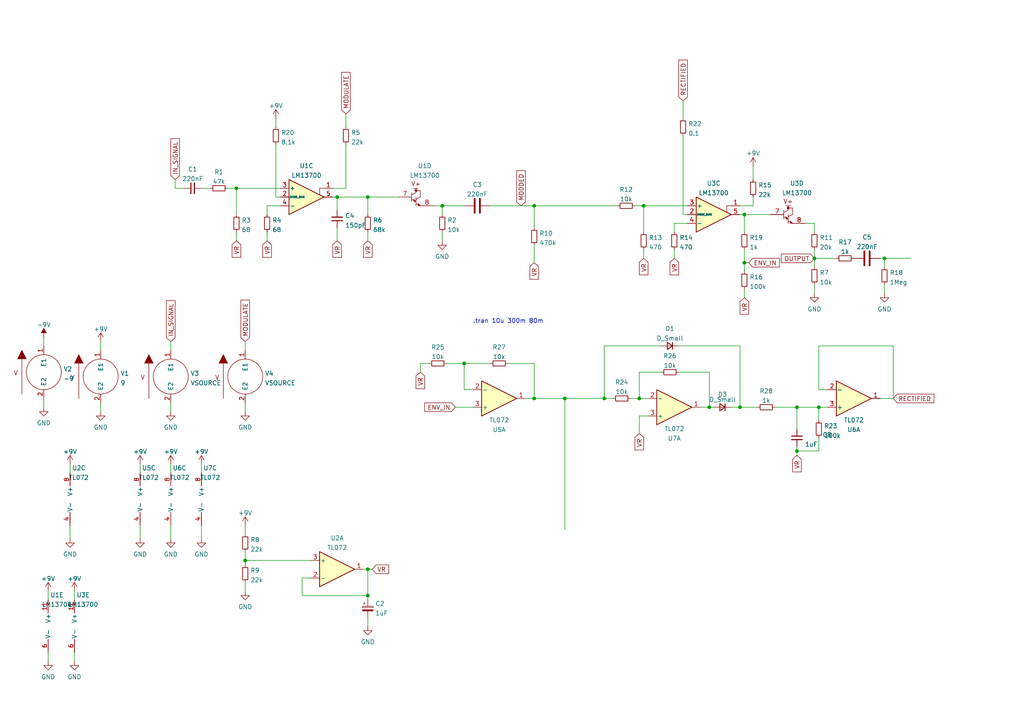
<source format=kicad_sch>
(kicad_sch (version 20211123) (generator eeschema)
  (paper "A4")
  (lib_symbols
    (symbol "Amplifier_Operational:LM13700" (pin_names (offset 0.127))
      (property "Reference" "U" (at 3.81 5.08 0))
      (property "Value" "LM13700" (at 5.08 -5.08 0))
      (symbol "LM13700_1_1"
        (polyline (pts (xy 3.81 -0.635) (xy 3.81 -2.54) (xy 5.08 -2.54)))
        (polyline (pts (xy 5.08 0) (xy -5.08 -5.08) (xy -5.08 5.08) (xy 5.08 0)) (stroke (width 0.254)) (fill (type background)))
        (pin output line (at 7.62 0 180) (length 2.54) (name "~") (number "12"))
        (pin input line (at -7.62 2.54 0) (length 2.54) (name "-") (number "13"))
        (pin input line (at -7.62 -2.54 0) (length 2.54) (name "+") (number "14"))
        (pin input line (at -7.62 0 0) (length 2.54) (name "DIODE_BIAS") (number "15"))
        (pin input line (at 7.62 -2.54 180) (length 2.54) (name "~") (number "16"))
      )
      (symbol "LM13700_2_0"
        (polyline (pts (xy -1.905 2.54) (xy -3.175 2.54)))
      )
      (symbol "LM13700_2_1"
        (circle (center -2.54 1.905) (radius 0.254) (stroke (width 0.254)) (fill (type outline)))
        (polyline (pts (xy -3.81 -0.635) (xy -2.54 -1.27)))
        (polyline (pts (xy -3.81 1.27) (xy -3.81 -1.27)))
        (polyline (pts (xy -2.54 -1.905) (xy -1.27 -2.54)))
        (polyline (pts (xy -2.54 0) (xy -2.54 -2.54)))
        (polyline (pts (xy -3.81 0.635) (xy -2.54 1.27) (xy -2.54 1.905) (xy -2.54 2.54)))
        (polyline (pts (xy -2.54 -1.27) (xy -3.175 -0.635) (xy -3.175 -1.27) (xy -2.54 -1.27)) (fill (type outline)))
        (polyline (pts (xy -2.54 -0.635) (xy -1.27 0) (xy -1.27 1.905) (xy -2.54 1.905)))
        (polyline (pts (xy -1.27 -2.54) (xy -1.905 -1.905) (xy -1.905 -2.54) (xy -1.27 -2.54)) (fill (type outline)))
        (text "V+" (at -2.54 3.81 0) (effects (font (size 1.27 1.27))))
        (pin input line (at -7.62 0 0) (length 3.81) (name "~") (number "10"))
        (pin output line (at 2.54 -2.54 180) (length 3.81) (name "~") (number "9"))
      )
      (symbol "LM13700_3_1"
        (polyline (pts (xy 3.81 -0.635) (xy 3.81 -2.54) (xy 5.08 -2.54)))
        (polyline (pts (xy 5.08 0) (xy -5.08 -5.08) (xy -5.08 5.08) (xy 5.08 0)) (stroke (width 0.254)) (fill (type background)))
        (pin input line (at 7.62 -2.54 180) (length 2.54) (name "~") (number "1"))
        (pin input line (at -7.62 0 0) (length 2.54) (name "DIODE_BIAS") (number "2"))
        (pin input line (at -7.62 -2.54 0) (length 2.54) (name "+") (number "3"))
        (pin input line (at -7.62 2.54 0) (length 2.54) (name "-") (number "4"))
        (pin output line (at 7.62 0 180) (length 2.54) (name "~") (number "5"))
      )
      (symbol "LM13700_4_0"
        (polyline (pts (xy -3.175 2.54) (xy -1.905 2.54)))
        (text "V+" (at -2.54 3.81 0) (effects (font (size 1.27 1.27))))
      )
      (symbol "LM13700_4_1"
        (circle (center -2.54 1.905) (radius 0.254) (stroke (width 0.254)) (fill (type outline)))
        (polyline (pts (xy -3.81 -0.635) (xy -2.54 -1.27)))
        (polyline (pts (xy -3.81 1.27) (xy -3.81 -1.27)))
        (polyline (pts (xy -2.54 -1.905) (xy -1.27 -2.54)))
        (polyline (pts (xy -2.54 0) (xy -2.54 -2.54)))
        (polyline (pts (xy -3.81 0.635) (xy -2.54 1.27) (xy -2.54 2.54)))
        (polyline (pts (xy -2.54 -1.27) (xy -3.175 -0.635) (xy -3.175 -1.27) (xy -2.54 -1.27)) (fill (type outline)))
        (polyline (pts (xy -2.54 -0.635) (xy -1.27 0) (xy -1.27 1.905) (xy -2.54 1.905)))
        (polyline (pts (xy -1.27 -2.54) (xy -1.905 -1.905) (xy -1.905 -2.54) (xy -1.27 -2.54)) (fill (type outline)))
        (pin input line (at -7.62 0 0) (length 3.81) (name "~") (number "7"))
        (pin output line (at 2.54 -2.54 180) (length 3.81) (name "~") (number "8"))
      )
      (symbol "LM13700_5_1"
        (pin power_in line (at -2.54 7.62 270) (length 3.81) (name "V+") (number "11"))
        (pin power_in line (at -2.54 -7.62 90) (length 3.81) (name "V-") (number "6"))
      )
    )
    (symbol "Amplifier_Operational:TL072" (pin_names (offset 0.127))
      (property "Reference" "U" (at 0 5.08 0))
      (property "Value" "TL072" (at 0 -5.08 0))
      (symbol "TL072_1_1"
        (polyline (pts (xy -5.08 5.08) (xy 5.08 0) (xy -5.08 -5.08) (xy -5.08 5.08)) (stroke (width 0.254)) (fill (type background)))
        (pin output line (at 7.62 0 180) (length 2.54) (name "~") (number "1"))
        (pin input line (at -7.62 -2.54 0) (length 2.54) (name "-") (number "2"))
        (pin input line (at -7.62 2.54 0) (length 2.54) (name "+") (number "3"))
      )
      (symbol "TL072_2_1"
        (polyline (pts (xy -5.08 5.08) (xy 5.08 0) (xy -5.08 -5.08) (xy -5.08 5.08)) (stroke (width 0.254)) (fill (type background)))
        (pin input line (at -7.62 2.54 0) (length 2.54) (name "+") (number "5"))
        (pin input line (at -7.62 -2.54 0) (length 2.54) (name "-") (number "6"))
        (pin output line (at 7.62 0 180) (length 2.54) (name "~") (number "7"))
      )
      (symbol "TL072_3_1"
        (pin power_in line (at -2.54 -7.62 90) (length 3.81) (name "V-") (number "4"))
        (pin power_in line (at -2.54 7.62 270) (length 3.81) (name "V+") (number "8"))
      )
    )
    (symbol "Device:C" (pin_numbers hide) (pin_names (offset 0.254))
      (property "Reference" "C" (at 0.635 2.54 0))
      (property "Value" "C" (at 0.635 -2.54 0))
      (symbol "C_0_1"
        (polyline (pts (xy -2.032 -0.762) (xy 2.032 -0.762)) (stroke (width 0.508)))
        (polyline (pts (xy -2.032 0.762) (xy 2.032 0.762)) (stroke (width 0.508)))
      )
      (symbol "C_1_1"
        (pin passive line (at 0 3.81 270) (length 2.794) (name "~") (number "1"))
        (pin passive line (at 0 -3.81 90) (length 2.794) (name "~") (number "2"))
      )
    )
    (symbol "Device:CP_Small" (pin_numbers hide) (pin_names (offset 0.254) hide)
      (property "Reference" "C" (at 0.254 1.778 0))
      (property "Value" "CP_Small" (at 0.254 -2.032 0))
      (symbol "CP_Small_0_1"
        (rectangle (start -1.524 -0.3048) (end 1.524 -0.6858) (fill (type outline)))
        (rectangle (start -1.524 0.6858) (end 1.524 0.3048))
        (polyline (pts (xy -1.27 1.524) (xy -0.762 1.524)))
        (polyline (pts (xy -1.016 1.27) (xy -1.016 1.778)))
      )
      (symbol "CP_Small_1_1"
        (pin passive line (at 0 2.54 270) (length 1.8542) (name "~") (number "1"))
        (pin passive line (at 0 -2.54 90) (length 1.8542) (name "~") (number "2"))
      )
    )
    (symbol "Device:C_Small" (pin_numbers hide) (pin_names (offset 0.254) hide)
      (property "Reference" "C" (at 0.254 1.778 0))
      (property "Value" "C_Small" (at 0.254 -2.032 0))
      (symbol "C_Small_0_1"
        (polyline (pts (xy -1.524 -0.508) (xy 1.524 -0.508)) (stroke (width 0.3302)))
        (polyline (pts (xy -1.524 0.508) (xy 1.524 0.508)) (stroke (width 0.3048)))
      )
      (symbol "C_Small_1_1"
        (pin passive line (at 0 2.54 270) (length 2.032) (name "~") (number "1"))
        (pin passive line (at 0 -2.54 90) (length 2.032) (name "~") (number "2"))
      )
    )
    (symbol "Device:D_Small" (pin_numbers hide) (pin_names (offset 0.254) hide)
      (property "Reference" "D" (at -1.27 2.032 0))
      (property "Value" "D_Small" (at -3.81 -2.032 0))
      (symbol "D_Small_0_1"
        (polyline (pts (xy -0.762 -1.016) (xy -0.762 1.016)) (stroke (width 0.254)))
        (polyline (pts (xy -0.762 0) (xy 0.762 0)))
        (polyline (pts (xy 0.762 -1.016) (xy -0.762 0) (xy 0.762 1.016) (xy 0.762 -1.016)) (stroke (width 0.254)))
      )
      (symbol "D_Small_1_1"
        (pin passive line (at -2.54 0 0) (length 1.778) (name "K") (number "1"))
        (pin passive line (at 2.54 0 180) (length 1.778) (name "A") (number "2"))
      )
    )
    (symbol "Device:R_Small" (pin_numbers hide) (pin_names (offset 0.254) hide)
      (property "Reference" "R" (at 0.762 0.508 0))
      (property "Value" "R_Small" (at 0.762 -1.016 0))
      (symbol "R_Small_0_1"
        (rectangle (start -0.762 1.778) (end 0.762 -1.778) (stroke (width 0.2032)))
      )
      (symbol "R_Small_1_1"
        (pin passive line (at 0 2.54 270) (length 0.762) (name "~") (number "1"))
        (pin passive line (at 0 -2.54 90) (length 0.762) (name "~") (number "2"))
      )
    )
    (symbol "power:+9V" (power) (pin_names (offset 0))
      (property "Value" "+9V" (at 0 3.556 0))
      (symbol "+9V_0_1"
        (polyline (pts (xy -0.762 1.27) (xy 0 2.54)))
        (polyline (pts (xy 0 0) (xy 0 2.54)))
        (polyline (pts (xy 0 2.54) (xy 0.762 1.27)))
      )
      (symbol "+9V_1_1"
        (pin power_in line (at 0 0 90) (length 0) hide (name "+9V") (number "1"))
      )
    )
    (symbol "power:-9V" (power) (pin_names (offset 0))
      (property "Value" "-9V" (at 0 3.81 0))
      (symbol "-9V_0_1"
        (polyline (pts (xy 0 0) (xy 0 2.54)))
        (polyline (pts (xy 0.762 1.27) (xy -0.762 1.27) (xy 0 2.54) (xy 0.762 1.27)) (fill (type outline)))
      )
      (symbol "-9V_1_1"
        (pin power_in line (at 0 0 90) (length 0) hide (name "-9V") (number "1"))
      )
    )
    (symbol "power:GND" (power) (pin_names (offset 0))
      (property "Value" "GND" (at 0 -3.81 0))
      (symbol "GND_0_1"
        (polyline (pts (xy 0 0) (xy 0 -1.27) (xy 1.27 -1.27) (xy 0 -2.54) (xy -1.27 -1.27) (xy 0 -1.27)))
      )
      (symbol "GND_1_1"
        (pin power_in line (at 0 0 270) (length 0) hide (name "GND") (number "1"))
      )
    )
    (symbol "pspice:VSOURCE" (pin_names (offset 1.016))
      (property "Reference" "V" (at -6.35 7.62 0))
      (property "Value" "VSOURCE" (at 0 0 0))
      (symbol "VSOURCE_0_1"
        (polyline (pts (xy -6.35 -6.35) (xy -6.35 3.81)) (fill (type outline)))
        (polyline (pts (xy -7.62 3.81) (xy -6.35 6.35) (xy -5.08 3.81)) (fill (type outline)))
        (circle (center 0 0) (radius 5.08))
        (text "V" (at -8.128 -0.254 0) (effects (font (size 1.27 1.27))))
      )
      (symbol "VSOURCE_1_1"
        (pin input line (at 0 7.62 270) (length 2.54) (name "E1") (number "1"))
        (pin input line (at 0 -7.62 90) (length 2.54) (name "E2") (number "2"))
      )
    )
  )
  (junction (at 106.68 165.1))
  (junction (at 134.62 105.41))
  (junction (at 214.63 118.11))
  (junction (at 154.94 59.69))
  (junction (at 236.22 74.93))
  (junction (at 154.94 115.57))
  (junction (at 231.14 118.11))
  (junction (at 128.27 59.69))
  (junction (at 215.9 62.23))
  (junction (at 163.83 115.57))
  (junction (at 231.14 130.81))
  (junction (at 215.9 76.2))
  (junction (at 71.12 162.56))
  (junction (at 237.49 118.11))
  (junction (at 185.42 115.57))
  (junction (at 106.68 57.15))
  (junction (at 205.74 118.11))
  (junction (at 175.26 115.57))
  (junction (at 256.54 74.93))
  (junction (at 186.69 59.69))
  (junction (at 68.58 54.61))
  (junction (at 106.68 172.72))
  (junction (at 97.79 57.15))
  (wire (pts (xy 49.53 116.84) (xy 49.53 119.38)))
  (wire (pts (xy 71.12 160.02) (xy 71.12 162.56)))
  (wire (pts (xy 237.49 113.03) (xy 240.03 113.03)))
  (wire (pts (xy 259.08 100.33) (xy 259.08 115.57)))
  (wire (pts (xy 50.8 52.07) (xy 50.8 54.61)))
  (wire (pts (xy 214.63 62.23) (xy 215.9 62.23)))
  (wire (pts (xy 100.33 54.61) (xy 96.52 54.61)))
  (wire (pts (xy 134.62 113.03) (xy 137.16 113.03)))
  (wire (pts (xy 218.44 48.26) (xy 218.44 52.07)))
  (wire (pts (xy 20.32 134.62) (xy 20.32 137.16)))
  (wire (pts (xy 49.53 152.4) (xy 49.53 156.21)))
  (wire (pts (xy 77.47 59.69) (xy 77.47 62.23)))
  (wire (pts (xy 163.83 115.57) (xy 175.26 115.57)))
  (wire (pts (xy 106.68 165.1) (xy 107.95 165.1)))
  (wire (pts (xy 154.94 59.69) (xy 179.07 59.69)))
  (wire (pts (xy 142.24 59.69) (xy 154.94 59.69)))
  (wire (pts (xy 58.42 152.4) (xy 58.42 156.21)))
  (wire (pts (xy 215.9 62.23) (xy 223.52 62.23)))
  (wire (pts (xy 215.9 83.82) (xy 215.9 86.36)))
  (wire (pts (xy 237.49 130.81) (xy 231.14 130.81)))
  (wire (pts (xy 90.17 167.64) (xy 87.63 167.64)))
  (wire (pts (xy 71.12 152.4) (xy 71.12 154.94)))
  (wire (pts (xy 68.58 54.61) (xy 68.58 62.23)))
  (wire (pts (xy 185.42 115.57) (xy 187.96 115.57)))
  (wire (pts (xy 106.68 172.72) (xy 106.68 173.99)))
  (wire (pts (xy 80.01 57.15) (xy 81.28 57.15)))
  (wire (pts (xy 132.08 118.11) (xy 137.16 118.11)))
  (wire (pts (xy 106.68 57.15) (xy 115.57 57.15)))
  (wire (pts (xy 66.04 54.61) (xy 68.58 54.61)))
  (wire (pts (xy 40.64 152.4) (xy 40.64 156.21)))
  (wire (pts (xy 152.4 115.57) (xy 154.94 115.57)))
  (wire (pts (xy 129.54 105.41) (xy 134.62 105.41)))
  (wire (pts (xy 58.42 54.61) (xy 60.96 54.61)))
  (wire (pts (xy 187.96 120.65) (xy 185.42 120.65)))
  (wire (pts (xy 100.33 33.02) (xy 100.33 36.83)))
  (wire (pts (xy 154.94 71.12) (xy 154.94 76.2)))
  (wire (pts (xy 40.64 134.62) (xy 40.64 137.16)))
  (wire (pts (xy 175.26 100.33) (xy 175.26 115.57)))
  (wire (pts (xy 97.79 57.15) (xy 106.68 57.15)))
  (wire (pts (xy 186.69 72.39) (xy 186.69 74.93)))
  (wire (pts (xy 81.28 54.61) (xy 68.58 54.61)))
  (wire (pts (xy 20.32 152.4) (xy 20.32 156.21)))
  (wire (pts (xy 128.27 62.23) (xy 128.27 59.69)))
  (wire (pts (xy 236.22 72.39) (xy 236.22 74.93)))
  (wire (pts (xy 49.53 99.06) (xy 49.53 101.6)))
  (wire (pts (xy 106.68 57.15) (xy 106.68 62.23)))
  (wire (pts (xy 175.26 115.57) (xy 177.8 115.57)))
  (wire (pts (xy 185.42 107.95) (xy 185.42 115.57)))
  (wire (pts (xy 49.53 134.62) (xy 49.53 137.16)))
  (wire (pts (xy 106.68 179.07) (xy 106.68 181.61)))
  (wire (pts (xy 185.42 120.65) (xy 185.42 125.73)))
  (wire (pts (xy 231.14 129.54) (xy 231.14 130.81)))
  (wire (pts (xy 256.54 82.55) (xy 256.54 85.09)))
  (wire (pts (xy 196.85 100.33) (xy 214.63 100.33)))
  (wire (pts (xy 198.12 62.23) (xy 199.39 62.23)))
  (wire (pts (xy 195.58 72.39) (xy 195.58 74.93)))
  (wire (pts (xy 233.68 64.77) (xy 236.22 64.77)))
  (wire (pts (xy 198.12 39.37) (xy 198.12 62.23)))
  (wire (pts (xy 81.28 59.69) (xy 77.47 59.69)))
  (wire (pts (xy 29.21 99.06) (xy 29.21 101.6)))
  (wire (pts (xy 236.22 74.93) (xy 242.57 74.93)))
  (wire (pts (xy 236.22 74.93) (xy 236.22 77.47)))
  (wire (pts (xy 106.68 165.1) (xy 105.41 165.1)))
  (wire (pts (xy 256.54 74.93) (xy 256.54 77.47)))
  (wire (pts (xy 106.68 172.72) (xy 106.68 165.1)))
  (wire (pts (xy 71.12 99.06) (xy 71.12 101.6)))
  (wire (pts (xy 71.12 162.56) (xy 71.12 163.83)))
  (wire (pts (xy 182.88 115.57) (xy 185.42 115.57)))
  (wire (pts (xy 231.14 130.81) (xy 231.14 132.08)))
  (wire (pts (xy 237.49 100.33) (xy 259.08 100.33)))
  (wire (pts (xy 154.94 115.57) (xy 163.83 115.57)))
  (wire (pts (xy 124.46 105.41) (xy 121.92 105.41)))
  (wire (pts (xy 215.9 76.2) (xy 215.9 78.74)))
  (wire (pts (xy 215.9 76.2) (xy 217.17 76.2)))
  (wire (pts (xy 218.44 59.69) (xy 214.63 59.69)))
  (wire (pts (xy 224.79 118.11) (xy 231.14 118.11)))
  (wire (pts (xy 128.27 59.69) (xy 125.73 59.69)))
  (wire (pts (xy 259.08 115.57) (xy 255.27 115.57)))
  (wire (pts (xy 128.27 67.31) (xy 128.27 69.85)))
  (wire (pts (xy 203.2 118.11) (xy 205.74 118.11)))
  (wire (pts (xy 237.49 127) (xy 237.49 130.81)))
  (wire (pts (xy 87.63 167.64) (xy 87.63 172.72)))
  (wire (pts (xy 237.49 118.11) (xy 240.03 118.11)))
  (wire (pts (xy 231.14 118.11) (xy 231.14 124.46)))
  (wire (pts (xy 237.49 113.03) (xy 237.49 100.33)))
  (wire (pts (xy 71.12 162.56) (xy 90.17 162.56)))
  (wire (pts (xy 231.14 118.11) (xy 237.49 118.11)))
  (wire (pts (xy 97.79 66.04) (xy 97.79 69.85)))
  (wire (pts (xy 50.8 54.61) (xy 53.34 54.61)))
  (wire (pts (xy 12.7 115.57) (xy 12.7 118.11)))
  (wire (pts (xy 186.69 59.69) (xy 186.69 67.31)))
  (wire (pts (xy 205.74 118.11) (xy 207.01 118.11)))
  (wire (pts (xy 77.47 67.31) (xy 77.47 69.85)))
  (wire (pts (xy 175.26 100.33) (xy 191.77 100.33)))
  (wire (pts (xy 97.79 57.15) (xy 97.79 60.96)))
  (wire (pts (xy 236.22 64.77) (xy 236.22 67.31)))
  (wire (pts (xy 106.68 67.31) (xy 106.68 69.85)))
  (wire (pts (xy 214.63 100.33) (xy 214.63 118.11)))
  (wire (pts (xy 71.12 116.84) (xy 71.12 119.38)))
  (wire (pts (xy 199.39 59.69) (xy 186.69 59.69)))
  (wire (pts (xy 199.39 64.77) (xy 195.58 64.77)))
  (wire (pts (xy 21.59 171.45) (xy 21.59 173.99)))
  (wire (pts (xy 12.7 97.79) (xy 12.7 100.33)))
  (wire (pts (xy 13.97 171.45) (xy 13.97 173.99)))
  (wire (pts (xy 147.32 105.41) (xy 154.94 105.41)))
  (wire (pts (xy 100.33 41.91) (xy 100.33 54.61)))
  (wire (pts (xy 58.42 134.62) (xy 58.42 137.16)))
  (wire (pts (xy 87.63 172.72) (xy 106.68 172.72)))
  (wire (pts (xy 121.92 105.41) (xy 121.92 107.95)))
  (wire (pts (xy 29.21 116.84) (xy 29.21 119.38)))
  (wire (pts (xy 195.58 64.77) (xy 195.58 67.31)))
  (wire (pts (xy 163.83 115.57) (xy 163.83 153.67)))
  (wire (pts (xy 255.27 74.93) (xy 256.54 74.93)))
  (wire (pts (xy 13.97 189.23) (xy 13.97 191.77)))
  (wire (pts (xy 71.12 168.91) (xy 71.12 171.45)))
  (wire (pts (xy 237.49 118.11) (xy 237.49 121.92)))
  (wire (pts (xy 96.52 57.15) (xy 97.79 57.15)))
  (wire (pts (xy 80.01 41.91) (xy 80.01 57.15)))
  (wire (pts (xy 212.09 118.11) (xy 214.63 118.11)))
  (wire (pts (xy 214.63 118.11) (xy 219.71 118.11)))
  (wire (pts (xy 154.94 105.41) (xy 154.94 115.57)))
  (wire (pts (xy 256.54 74.93) (xy 264.16 74.93)))
  (wire (pts (xy 215.9 62.23) (xy 215.9 67.31)))
  (wire (pts (xy 215.9 72.39) (xy 215.9 76.2)))
  (wire (pts (xy 218.44 57.15) (xy 218.44 59.69)))
  (wire (pts (xy 198.12 29.21) (xy 198.12 34.29)))
  (wire (pts (xy 154.94 59.69) (xy 154.94 66.04)))
  (wire (pts (xy 191.77 107.95) (xy 185.42 107.95)))
  (wire (pts (xy 196.85 107.95) (xy 205.74 107.95)))
  (wire (pts (xy 80.01 34.29) (xy 80.01 36.83)))
  (wire (pts (xy 134.62 105.41) (xy 142.24 105.41)))
  (wire (pts (xy 184.15 59.69) (xy 186.69 59.69)))
  (wire (pts (xy 128.27 59.69) (xy 134.62 59.69)))
  (wire (pts (xy 21.59 189.23) (xy 21.59 191.77)))
  (wire (pts (xy 236.22 82.55) (xy 236.22 85.09)))
  (wire (pts (xy 68.58 67.31) (xy 68.58 69.85)))
  (wire (pts (xy 205.74 107.95) (xy 205.74 118.11)))
  (wire (pts (xy 134.62 113.03) (xy 134.62 105.41)))
  (text ".tran 10u 300m 80m" (at 137.16 93.98 0) (effects (font (size 1.27 1.27)) (justify left bottom)))
  (global_label "MODULATE" (shape input) (at 71.12 99.06 90) (property "Intersheet References" "${INTERSHEET_REFS}" (effects hide)))
  (global_label "MODULATE" (shape input) (at 100.33 33.02 90) (property "Intersheet References" "${INTERSHEET_REFS}" (effects hide)))
  (global_label "RECTIFIED" (shape input) (at 259.08 115.57 0) (property "Intersheet References" "${INTERSHEET_REFS}" (effects hide)))
  (global_label "VR" (shape input) (at 77.47 69.85 270) (property "Intersheet References" "${INTERSHEET_REFS}" (effects hide)))
  (global_label "VR" (shape input) (at 106.68 69.85 270) (property "Intersheet References" "${INTERSHEET_REFS}" (effects hide)))
  (global_label "VR" (shape input) (at 154.94 76.2 270) (property "Intersheet References" "${INTERSHEET_REFS}" (effects hide)))
  (global_label "RECTIFIED" (shape input) (at 198.12 29.21 90) (property "Intersheet References" "${INTERSHEET_REFS}" (effects hide)))
  (global_label "VR" (shape input) (at 121.92 107.95 270) (property "Intersheet References" "${INTERSHEET_REFS}" (effects hide)))
  (global_label "VR" (shape input) (at 215.9 86.36 270) (property "Intersheet References" "${INTERSHEET_REFS}" (effects hide)))
  (global_label "VR" (shape input) (at 195.58 74.93 270) (property "Intersheet References" "${INTERSHEET_REFS}" (effects hide)))
  (global_label "VR" (shape input) (at 231.14 132.08 270) (property "Intersheet References" "${INTERSHEET_REFS}" (effects hide)))
  (global_label "MODDED" (shape input) (at 151.13 59.69 90) (property "Intersheet References" "${INTERSHEET_REFS}" (effects hide)))
  (global_label "OUTPUT" (shape input) (at 236.22 74.93 180) (property "Intersheet References" "${INTERSHEET_REFS}" (effects hide)))
  (global_label "ENV_IN" (shape input) (at 217.17 76.2 0) (property "Intersheet References" "${INTERSHEET_REFS}" (effects hide)))
  (global_label "VR" (shape input) (at 68.58 69.85 270) (property "Intersheet References" "${INTERSHEET_REFS}" (effects hide)))
  (global_label "ENV_IN" (shape input) (at 132.08 118.11 180) (property "Intersheet References" "${INTERSHEET_REFS}" (effects hide)))
  (global_label "VR" (shape input) (at 97.79 69.85 270) (property "Intersheet References" "${INTERSHEET_REFS}" (effects hide)))
  (global_label "VR" (shape input) (at 185.42 125.73 270) (property "Intersheet References" "${INTERSHEET_REFS}" (effects hide)))
  (global_label "VR" (shape input) (at 107.95 165.1 0) (property "Intersheet References" "${INTERSHEET_REFS}" (effects hide)))
  (global_label "IN_SIGNAL" (shape input) (at 49.53 99.06 90) (property "Intersheet References" "${INTERSHEET_REFS}" (effects hide)))
  (global_label "IN_SIGNAL" (shape input) (at 50.8 52.07 90) (property "Intersheet References" "${INTERSHEET_REFS}" (effects hide)))
  (global_label "VR" (shape input) (at 186.69 74.93 270) (property "Intersheet References" "${INTERSHEET_REFS}" (effects hide)))
  (symbol (lib_id "power:+9V") (at 20.32 134.62 0) (unit 1)
    (property "Reference" "#PWR012" (effects hide))
    (property "Value" "+9V" (at 20.32 131.0155 0))
  )
  (symbol (lib_id "Amplifier_Operational:TL072") (at 144.78 115.57 0) (mirror x) (unit 1)
    (property "Reference" "U5" (at 144.78 124.6165 0))
    (property "Value" "TL072" (at 144.78 121.8414 0))
    (property "Datasheet" "http://www.ti.com/lit/ds/symlink/tl071.pdf" (effects hide))
    (property "Spice_Primitive" "X" (effects hide))
    (property "Spice_Model" "TL072" (effects hide))
    (property "Spice_Netlist_Enabled" "Y" (effects hide))
    (property "Spice_Lib_File" "TL072.301" (effects hide))
    (property "Spice_Node_Sequence" "3 2 8 4 1" (effects hide))
  )
  (symbol (lib_id "power:GND") (at 58.42 156.21 0) (unit 1)
    (property "Reference" "#PWR029" (effects hide))
    (property "Value" "GND" (at 58.42 160.7725 0))
  )
  (symbol (lib_id "Device:R_Small") (at 237.49 124.46 0) (unit 1)
    (property "Reference" "R23" (at 238.9886 123.5515 0) (effects (justify left)))
    (property "Value" "100k" (at 238.9886 126.3266 0) (effects (justify left)))
  )
  (symbol (lib_id "power:+9V") (at 71.12 152.4 0) (unit 1)
    (property "Reference" "#PWR09" (effects hide))
    (property "Value" "+9V" (at 71.12 148.7955 0))
  )
  (symbol (lib_id "power:GND") (at 40.64 156.21 0) (unit 1)
    (property "Reference" "#PWR022" (effects hide))
    (property "Value" "GND" (at 40.64 160.7725 0))
  )
  (symbol (lib_id "Device:R_Small") (at 127 105.41 90) (unit 1)
    (property "Reference" "R25" (at 127 100.7069 90))
    (property "Value" "10k" (at 127 103.482 90))
  )
  (symbol (lib_id "power:GND") (at 12.7 118.11 0) (unit 1)
    (property "Reference" "#PWR027" (effects hide))
    (property "Value" "GND" (at 12.7 122.6725 0))
  )
  (symbol (lib_id "power:GND") (at 49.53 156.21 0) (unit 1)
    (property "Reference" "#PWR024" (effects hide))
    (property "Value" "GND" (at 49.53 160.7725 0))
  )
  (symbol (lib_id "power:GND") (at 71.12 119.38 0) (unit 1)
    (property "Reference" "#PWR013" (effects hide))
    (property "Value" "GND" (at 71.12 123.9425 0))
  )
  (symbol (lib_id "Device:R_Small") (at 100.33 39.37 0) (unit 1)
    (property "Reference" "R5" (at 101.8286 38.4615 0) (effects (justify left)))
    (property "Value" "22k" (at 101.8286 41.2366 0) (effects (justify left)))
  )
  (symbol (lib_id "Device:R_Small") (at 194.31 107.95 90) (unit 1)
    (property "Reference" "R26" (at 194.31 103.2469 90))
    (property "Value" "10k" (at 194.31 106.022 90))
  )
  (symbol (lib_id "Device:R_Small") (at 71.12 157.48 0) (unit 1)
    (property "Reference" "R8" (at 72.6186 156.5715 0) (effects (justify left)))
    (property "Value" "22k" (at 72.6186 159.3466 0) (effects (justify left)))
  )
  (symbol (lib_id "Device:R_Small") (at 181.61 59.69 90) (unit 1)
    (property "Reference" "R12" (at 181.61 54.9869 90))
    (property "Value" "10k" (at 181.61 57.762 90))
  )
  (symbol (lib_id "Device:C") (at 251.46 74.93 90) (unit 1)
    (property "Reference" "C5" (at 251.46 68.8045 90))
    (property "Value" "220nF" (at 251.46 71.5796 90))
  )
  (symbol (lib_id "Device:R_Small") (at 106.68 64.77 0) (unit 1)
    (property "Reference" "R6" (at 108.1786 63.8615 0) (effects (justify left)))
    (property "Value" "68k" (at 108.1786 66.6366 0) (effects (justify left)))
  )
  (symbol (lib_id "Device:C") (at 138.43 59.69 90) (unit 1)
    (property "Reference" "C3" (at 138.43 53.5645 90))
    (property "Value" "220nF" (at 138.43 56.3396 90))
  )
  (symbol (lib_id "Device:R_Small") (at 68.58 64.77 0) (unit 1)
    (property "Reference" "R3" (at 70.0786 63.8615 0) (effects (justify left)))
    (property "Value" "68" (at 70.0786 66.6366 0) (effects (justify left)))
  )
  (symbol (lib_id "Device:R_Small") (at 195.58 69.85 0) (unit 1)
    (property "Reference" "R14" (at 197.0786 68.9415 0) (effects (justify left)))
    (property "Value" "470" (at 197.0786 71.7166 0) (effects (justify left)))
  )
  (symbol (lib_id "Device:D_Small") (at 194.31 100.33 0) (mirror y) (unit 1)
    (property "Reference" "D1" (at 194.31 95.3475 0))
    (property "Value" "D_Small" (at 194.31 98.1226 0))
    (property "Spice_Primitive" "D" (effects hide))
    (property "Spice_Model" "1N4148" (effects hide))
    (property "Spice_Netlist_Enabled" "Y" (effects hide))
    (property "Spice_Lib_File" "1n4148.lib" (effects hide))
    (property "Spice_Node_Sequence" "2 1" (effects hide))
  )
  (symbol (lib_id "Device:R_Small") (at 77.47 64.77 0) (unit 1)
    (property "Reference" "R4" (at 78.9686 63.8615 0) (effects (justify left)))
    (property "Value" "68" (at 78.9686 66.6366 0) (effects (justify left)))
  )
  (symbol (lib_id "Device:R_Small") (at 218.44 54.61 0) (unit 1)
    (property "Reference" "R15" (at 219.9386 53.7015 0) (effects (justify left)))
    (property "Value" "22k" (at 219.9386 56.4766 0) (effects (justify left)))
  )
  (symbol (lib_id "pspice:VSOURCE") (at 71.12 109.22 0) (unit 1)
    (property "Reference" "V4" (at 76.835 108.3115 0) (effects (justify left)))
    (property "Value" "VSOURCE" (at 76.835 111.0866 0) (effects (justify left)))
    (property "Spice_Primitive" "V" (effects hide))
    (property "Spice_Model" "dc 0 pulse(2 8 1m 1m 1m 100m 200m)" (effects hide))
    (property "Spice_Netlist_Enabled" "Y" (effects hide))
  )
  (symbol (lib_id "power:GND") (at 236.22 85.09 0) (unit 1)
    (property "Reference" "#PWR014" (effects hide))
    (property "Value" "GND" (at 236.22 89.6525 0))
  )
  (symbol (lib_id "Device:C_Small") (at 231.14 127 0) (mirror y) (unit 1)
    (property "Reference" "C8" (at 238.5441 126.0978 0) (effects (justify right)))
    (property "Value" "1uF" (at 233.4641 128.8729 0) (effects (justify right)))
  )
  (symbol (lib_id "power:GND") (at 21.59 191.77 0) (unit 1)
    (property "Reference" "#PWR08" (effects hide))
    (property "Value" "GND" (at 21.59 196.3325 0))
  )
  (symbol (lib_id "Device:CP_Small") (at 106.68 176.53 0) (unit 1)
    (property "Reference" "C2" (at 108.839 175.0754 0) (effects (justify left)))
    (property "Value" "1uF" (at 108.839 177.8505 0) (effects (justify left)))
  )
  (symbol (lib_id "Amplifier_Operational:LM13700") (at 24.13 181.61 0) (unit 5)
    (property "Reference" "U3" (at 24.13 172.5635 0))
    (property "Value" "LM13700" (at 24.13 175.3386 0))
    (property "Datasheet" "http://www.ti.com/lit/ds/symlink/lm13700.pdf" (effects hide))
    (property "Spice_Primitive" "X" (effects hide))
    (property "Spice_Model" "LM13700/NS" (effects hide))
    (property "Spice_Netlist_Enabled" "Y" (effects hide))
    (property "Spice_Lib_File" "LM13700.MOD" (effects hide))
  )
  (symbol (lib_id "Device:R_Small") (at 256.54 80.01 0) (unit 1)
    (property "Reference" "R18" (at 258.0386 79.1015 0) (effects (justify left)))
    (property "Value" "1Meg" (at 258.0386 81.8766 0) (effects (justify left)))
  )
  (symbol (lib_id "Device:R_Small") (at 222.25 118.11 90) (unit 1)
    (property "Reference" "R28" (at 222.25 113.4069 90))
    (property "Value" "1k" (at 222.25 116.182 90))
  )
  (symbol (lib_id "Amplifier_Operational:TL072") (at 60.96 144.78 0) (unit 3)
    (property "Reference" "U7" (at 60.96 135.7335 0))
    (property "Value" "TL072" (at 60.96 138.5086 0))
    (property "Datasheet" "http://www.ti.com/lit/ds/symlink/tl071.pdf" (effects hide))
    (property "Spice_Primitive" "X" (effects hide))
    (property "Spice_Model" "TL072" (effects hide))
    (property "Spice_Netlist_Enabled" "Y" (effects hide))
    (property "Spice_Lib_File" "TL072.301" (effects hide))
    (property "Spice_Node_Sequence" "3 2 8 4 1" (effects hide))
  )
  (symbol (lib_id "power:GND") (at 13.97 191.77 0) (unit 1)
    (property "Reference" "#PWR07" (effects hide))
    (property "Value" "GND" (at 13.97 196.3325 0))
  )
  (symbol (lib_id "Device:R_Small") (at 236.22 69.85 0) (unit 1)
    (property "Reference" "R11" (at 237.7186 68.9415 0) (effects (justify left)))
    (property "Value" "20k" (at 237.7186 71.7166 0) (effects (justify left)))
  )
  (symbol (lib_id "Device:R_Small") (at 215.9 69.85 0) (unit 1)
    (property "Reference" "R19" (at 217.3986 68.9415 0) (effects (justify left)))
    (property "Value" "1k" (at 217.3986 71.7166 0) (effects (justify left)))
  )
  (symbol (lib_id "Amplifier_Operational:TL072") (at 247.65 115.57 0) (mirror x) (unit 1)
    (property "Reference" "U6" (at 247.65 124.6165 0))
    (property "Value" "TL072" (at 247.65 121.8414 0))
    (property "Datasheet" "http://www.ti.com/lit/ds/symlink/tl071.pdf" (effects hide))
    (property "Spice_Primitive" "X" (effects hide))
    (property "Spice_Model" "TL072" (effects hide))
    (property "Spice_Netlist_Enabled" "Y" (effects hide))
    (property "Spice_Lib_File" "TL072.301" (effects hide))
    (property "Spice_Node_Sequence" "3 2 8 4 1" (effects hide))
  )
  (symbol (lib_id "power:+9V") (at 21.59 171.45 0) (unit 1)
    (property "Reference" "#PWR03" (effects hide))
    (property "Value" "+9V" (at 21.59 167.8455 0))
  )
  (symbol (lib_id "power:+9V") (at 218.44 48.26 0) (unit 1)
    (property "Reference" "#PWR017" (effects hide))
    (property "Value" "+9V" (at 218.44 44.45 0))
  )
  (symbol (lib_id "Device:R_Small") (at 180.34 115.57 90) (unit 1)
    (property "Reference" "R24" (at 180.34 110.8669 90))
    (property "Value" "10k" (at 180.34 113.642 90))
  )
  (symbol (lib_id "power:GND") (at 106.68 181.61 0) (unit 1)
    (property "Reference" "#PWR015" (effects hide))
    (property "Value" "GND" (at 106.68 186.1725 0))
  )
  (symbol (lib_id "power:GND") (at 256.54 85.09 0) (unit 1)
    (property "Reference" "#PWR019" (effects hide))
    (property "Value" "GND" (at 256.54 89.6525 0))
  )
  (symbol (lib_id "Device:C_Small") (at 55.88 54.61 90) (unit 1)
    (property "Reference" "C1" (at 55.8863 49.0814 90))
    (property "Value" "220nF" (at 55.8863 51.8565 90))
  )
  (symbol (lib_id "power:-9V") (at 12.7 97.79 0) (unit 1)
    (property "Reference" "#PWR026" (effects hide))
    (property "Value" "-9V" (at 12.7 94.1855 0))
  )
  (symbol (lib_id "power:GND") (at 71.12 171.45 0) (unit 1)
    (property "Reference" "#PWR010" (effects hide))
    (property "Value" "GND" (at 71.12 176.0125 0))
  )
  (symbol (lib_id "Device:R_Small") (at 80.01 39.37 0) (unit 1)
    (property "Reference" "R20" (at 81.5086 38.4615 0) (effects (justify left)))
    (property "Value" "8.1k" (at 81.5086 41.2366 0) (effects (justify left)))
  )
  (symbol (lib_id "Amplifier_Operational:TL072") (at 52.07 144.78 0) (unit 3)
    (property "Reference" "U6" (at 52.07 135.7335 0))
    (property "Value" "TL072" (at 52.07 138.5086 0))
    (property "Datasheet" "http://www.ti.com/lit/ds/symlink/tl071.pdf" (effects hide))
    (property "Spice_Primitive" "X" (effects hide))
    (property "Spice_Model" "TL072" (effects hide))
    (property "Spice_Netlist_Enabled" "Y" (effects hide))
    (property "Spice_Lib_File" "TL072.301" (effects hide))
    (property "Spice_Node_Sequence" "3 2 8 4 1" (effects hide))
  )
  (symbol (lib_id "Device:R_Small") (at 236.22 80.01 0) (unit 1)
    (property "Reference" "R7" (at 237.7186 79.1015 0) (effects (justify left)))
    (property "Value" "10k" (at 237.7186 81.8766 0) (effects (justify left)))
  )
  (symbol (lib_id "power:+9V") (at 58.42 134.62 0) (unit 1)
    (property "Reference" "#PWR028" (effects hide))
    (property "Value" "+9V" (at 58.42 131.0155 0))
  )
  (symbol (lib_id "Amplifier_Operational:LM13700") (at 207.01 62.23 0) (mirror x) (unit 3)
    (property "Reference" "U3" (at 207.01 53.1835 0))
    (property "Value" "LM13700" (at 207.01 55.9586 0))
    (property "Datasheet" "http://www.ti.com/lit/ds/symlink/lm13700.pdf" (effects hide))
    (property "Spice_Primitive" "X" (effects hide))
    (property "Spice_Model" "LM13700/NS" (effects hide))
    (property "Spice_Netlist_Enabled" "Y" (effects hide))
    (property "Spice_Lib_File" "LM13700.MOD" (effects hide))
  )
  (symbol (lib_id "Amplifier_Operational:LM13700") (at 231.14 62.23 0) (unit 4)
    (property "Reference" "U3" (at 231.14 53.1835 0))
    (property "Value" "LM13700" (at 231.14 55.9586 0))
    (property "Datasheet" "http://www.ti.com/lit/ds/symlink/lm13700.pdf" (effects hide))
    (property "Spice_Primitive" "X" (effects hide))
    (property "Spice_Model" "LM13700/NS" (effects hide))
    (property "Spice_Netlist_Enabled" "Y" (effects hide))
    (property "Spice_Lib_File" "LM13700.MOD" (effects hide))
  )
  (symbol (lib_id "power:+9V") (at 80.01 34.29 0) (unit 1)
    (property "Reference" "#PWR021" (effects hide))
    (property "Value" "+9V" (at 80.01 30.6855 0))
  )
  (symbol (lib_id "Device:R_Small") (at 63.5 54.61 90) (unit 1)
    (property "Reference" "R1" (at 63.5 49.9069 90))
    (property "Value" "47k" (at 63.5 52.682 90))
  )
  (symbol (lib_id "Amplifier_Operational:LM13700") (at 16.51 181.61 0) (unit 5)
    (property "Reference" "U1" (at 16.51 172.5635 0))
    (property "Value" "LM13700" (at 16.51 175.3386 0))
    (property "Datasheet" "http://www.ti.com/lit/ds/symlink/lm13700.pdf" (effects hide))
    (property "Spice_Primitive" "X" (effects hide))
    (property "Spice_Model" "LM13700/NS" (effects hide))
    (property "Spice_Netlist_Enabled" "Y" (effects hide))
    (property "Spice_Lib_File" "LM13700.MOD" (effects hide))
  )
  (symbol (lib_id "Amplifier_Operational:TL072") (at 43.18 144.78 0) (unit 3)
    (property "Reference" "U5" (at 43.18 135.7335 0))
    (property "Value" "TL072" (at 43.18 138.5086 0))
    (property "Datasheet" "http://www.ti.com/lit/ds/symlink/tl071.pdf" (effects hide))
    (property "Spice_Primitive" "X" (effects hide))
    (property "Spice_Model" "TL072" (effects hide))
    (property "Spice_Netlist_Enabled" "Y" (effects hide))
    (property "Spice_Lib_File" "TL072.301" (effects hide))
    (property "Spice_Node_Sequence" "3 2 8 4 1" (effects hide))
  )
  (symbol (lib_id "Device:R_Small") (at 154.94 68.58 0) (unit 1)
    (property "Reference" "R10" (at 156.4386 67.6715 0) (effects (justify left)))
    (property "Value" "470k" (at 156.4386 70.4466 0) (effects (justify left)))
  )
  (symbol (lib_id "Amplifier_Operational:TL072") (at 22.86 144.78 0) (unit 3)
    (property "Reference" "U2" (at 22.86 135.7335 0))
    (property "Value" "TL072" (at 22.86 138.5086 0))
    (property "Datasheet" "http://www.ti.com/lit/ds/symlink/tl071.pdf" (effects hide))
    (property "Spice_Primitive" "X" (effects hide))
    (property "Spice_Model" "TL072" (effects hide))
    (property "Spice_Netlist_Enabled" "Y" (effects hide))
    (property "Spice_Lib_File" "TL072.301" (effects hide))
    (property "Spice_Node_Sequence" "3 2 8 4 1" (effects hide))
  )
  (symbol (lib_id "power:+9V") (at 40.64 134.62 0) (unit 1)
    (property "Reference" "#PWR020" (effects hide))
    (property "Value" "+9V" (at 40.64 131.0155 0))
  )
  (symbol (lib_id "power:+9V") (at 29.21 99.06 0) (unit 1)
    (property "Reference" "#PWR01" (effects hide))
    (property "Value" "+9V" (at 29.21 95.4555 0))
  )
  (symbol (lib_id "Device:R_Small") (at 245.11 74.93 90) (unit 1)
    (property "Reference" "R17" (at 245.11 70.2269 90))
    (property "Value" "1k" (at 245.11 73.002 90))
  )
  (symbol (lib_id "power:+9V") (at 13.97 171.45 0) (unit 1)
    (property "Reference" "#PWR06" (effects hide))
    (property "Value" "+9V" (at 13.97 167.8455 0))
  )
  (symbol (lib_id "Device:R_Small") (at 71.12 166.37 0) (unit 1)
    (property "Reference" "R9" (at 72.6186 165.4615 0) (effects (justify left)))
    (property "Value" "22k" (at 72.6186 168.2366 0) (effects (justify left)))
  )
  (symbol (lib_id "pspice:VSOURCE") (at 12.7 107.95 0) (unit 1)
    (property "Reference" "V2" (at 18.415 107.0415 0) (effects (justify left)))
    (property "Value" "-9V" (at 18.415 109.8166 0) (effects (justify left)))
    (property "Spice_Primitive" "V" (effects hide))
    (property "Spice_Model" "dc -9" (effects hide))
    (property "Spice_Netlist_Enabled" "Y" (effects hide))
  )
  (symbol (lib_id "Amplifier_Operational:TL072") (at 195.58 118.11 0) (mirror x) (unit 1)
    (property "Reference" "U7" (at 195.58 127.1565 0))
    (property "Value" "TL072" (at 195.58 124.3814 0))
    (property "Datasheet" "http://www.ti.com/lit/ds/symlink/tl071.pdf" (effects hide))
    (property "Spice_Primitive" "X" (effects hide))
    (property "Spice_Model" "TL072" (effects hide))
    (property "Spice_Netlist_Enabled" "Y" (effects hide))
    (property "Spice_Lib_File" "TL072.301" (effects hide))
    (property "Spice_Node_Sequence" "3 2 8 4 1" (effects hide))
  )
  (symbol (lib_id "Device:R_Small") (at 215.9 81.28 0) (unit 1)
    (property "Reference" "R16" (at 217.3986 80.3715 0) (effects (justify left)))
    (property "Value" "100k" (at 217.3986 83.1466 0) (effects (justify left)))
  )
  (symbol (lib_id "Amplifier_Operational:LM13700") (at 88.9 57.15 0) (mirror x) (unit 3)
    (property "Reference" "U1" (at 88.9 48.1035 0))
    (property "Value" "LM13700" (at 88.9 50.8786 0))
    (property "Datasheet" "http://www.ti.com/lit/ds/symlink/lm13700.pdf" (effects hide))
    (property "Spice_Primitive" "X" (effects hide))
    (property "Spice_Model" "LM13700/NS" (effects hide))
    (property "Spice_Netlist_Enabled" "Y" (effects hide))
    (property "Spice_Lib_File" "LM13700.MOD" (effects hide))
  )
  (symbol (lib_id "Device:C_Small") (at 97.79 63.5 180) (unit 1)
    (property "Reference" "C4" (at 100.1141 62.5851 0) (effects (justify right)))
    (property "Value" "150pF" (at 100.1141 65.3602 0) (effects (justify right)))
  )
  (symbol (lib_id "pspice:VSOURCE") (at 29.21 109.22 0) (unit 1)
    (property "Reference" "V1" (at 34.925 108.3115 0) (effects (justify left)))
    (property "Value" "9V" (at 34.925 111.0866 0) (effects (justify left)))
    (property "Spice_Primitive" "V" (effects hide))
    (property "Spice_Model" "dc 9" (effects hide))
    (property "Spice_Netlist_Enabled" "Y" (effects hide))
  )
  (symbol (lib_id "power:+9V") (at 49.53 134.62 0) (unit 1)
    (property "Reference" "#PWR023" (effects hide))
    (property "Value" "+9V" (at 49.53 131.0155 0))
  )
  (symbol (lib_id "power:GND") (at 29.21 119.38 0) (unit 1)
    (property "Reference" "#PWR02" (effects hide))
    (property "Value" "GND" (at 29.21 123.9425 0))
  )
  (symbol (lib_id "Device:R_Small") (at 128.27 64.77 0) (unit 1)
    (property "Reference" "R2" (at 129.7686 63.8615 0) (effects (justify left)))
    (property "Value" "10k" (at 129.7686 66.6366 0) (effects (justify left)))
  )
  (symbol (lib_id "Device:D_Small") (at 209.55 118.11 0) (mirror y) (unit 1)
    (property "Reference" "D3" (at 209.55 114.3975 0))
    (property "Value" "D_Small" (at 209.55 115.9026 0))
    (property "Spice_Primitive" "D" (effects hide))
    (property "Spice_Model" "1N4148" (effects hide))
    (property "Spice_Netlist_Enabled" "Y" (effects hide))
    (property "Spice_Lib_File" "1n4148.lib" (effects hide))
    (property "Spice_Node_Sequence" "2 1" (effects hide))
  )
  (symbol (lib_id "Device:R_Small") (at 186.69 69.85 0) (unit 1)
    (property "Reference" "R13" (at 188.1886 68.9415 0) (effects (justify left)))
    (property "Value" "470" (at 188.1886 71.7166 0) (effects (justify left)))
  )
  (symbol (lib_id "Amplifier_Operational:TL072") (at 97.79 165.1 0) (unit 1)
    (property "Reference" "U2" (at 97.79 156.0535 0))
    (property "Value" "TL072" (at 97.79 158.8286 0))
    (property "Datasheet" "http://www.ti.com/lit/ds/symlink/tl071.pdf" (effects hide))
    (property "Spice_Primitive" "X" (effects hide))
    (property "Spice_Model" "TL072" (effects hide))
    (property "Spice_Netlist_Enabled" "Y" (effects hide))
    (property "Spice_Lib_File" "TL072.301" (effects hide))
    (property "Spice_Node_Sequence" "3 2 8 4 1" (effects hide))
  )
  (symbol (lib_id "Device:R_Small") (at 144.78 105.41 90) (unit 1)
    (property "Reference" "R27" (at 144.78 100.7069 90))
    (property "Value" "10k" (at 144.78 103.482 90))
  )
  (symbol (lib_id "power:GND") (at 128.27 69.85 0) (unit 1)
    (property "Reference" "#PWR011" (effects hide))
    (property "Value" "GND" (at 128.27 74.4125 0))
  )
  (symbol (lib_id "power:GND") (at 49.53 119.38 0) (unit 1)
    (property "Reference" "#PWR05" (effects hide))
    (property "Value" "GND" (at 49.53 123.9425 0))
  )
  (symbol (lib_id "pspice:VSOURCE") (at 49.53 109.22 0) (unit 1)
    (property "Reference" "V3" (at 55.245 108.3115 0) (effects (justify left)))
    (property "Value" "VSOURCE" (at 55.245 111.0866 0) (effects (justify left)))
    (property "Spice_Primitive" "V" (effects hide))
    (property "Spice_Model" "dc 0 ac 500m sin(0 500m 1k)" (effects hide))
    (property "Spice_Netlist_Enabled" "Y" (effects hide))
  )
  (symbol (lib_id "power:GND") (at 20.32 156.21 0) (unit 1)
    (property "Reference" "#PWR04" (effects hide))
    (property "Value" "GND" (at 20.32 160.7725 0))
  )
  (symbol (lib_id "Device:R_Small") (at 198.12 36.83 0) (unit 1)
    (property "Reference" "R22" (at 199.6186 35.9215 0) (effects (justify left)))
    (property "Value" "0.1" (at 199.6186 38.6966 0) (effects (justify left)))
  )
  (symbol (lib_id "Amplifier_Operational:LM13700") (at 123.19 57.15 0) (unit 4)
    (property "Reference" "U1" (at 123.19 48.1035 0))
    (property "Value" "LM13700" (at 123.19 50.8786 0))
    (property "Datasheet" "http://www.ti.com/lit/ds/symlink/lm13700.pdf" (effects hide))
    (property "Spice_Primitive" "X" (effects hide))
    (property "Spice_Model" "LM13700/NS" (effects hide))
    (property "Spice_Netlist_Enabled" "Y" (effects hide))
    (property "Spice_Lib_File" "LM13700.MOD" (effects hide))
  )
)
</source>
